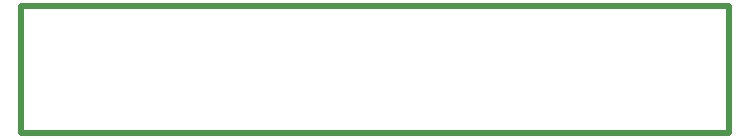
<source format=gko>
%FSLAX44Y44*%
%MOMM*%
G71*
G01*
G75*
G04 Layer_Color=16711935*
%ADD10C,0.6000*%
%ADD11C,1.4000*%
%ADD12C,1.5000*%
%ADD13C,1.2000*%
%ADD14C,5.6000*%
%ADD15C,1.0000*%
%ADD16C,0.2540*%
%ADD17C,0.2000*%
%ADD18C,2.2000*%
%ADD19C,1.8000*%
%ADD20C,2.0000*%
%ADD21C,6.4000*%
%ADD22C,0.5000*%
D22*
X650000Y496316D02*
Y603504D01*
X1250000D01*
Y496316D02*
Y603504D01*
X650000Y496316D02*
X1250000D01*
M02*

</source>
